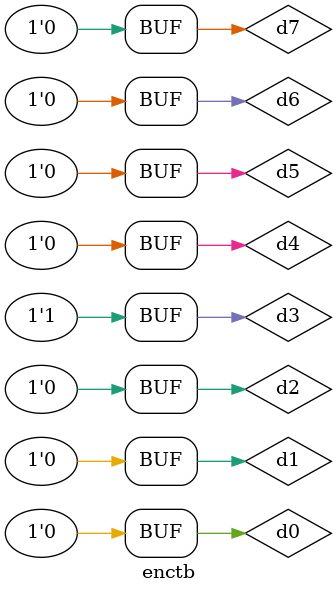
<source format=v>
`timescale 1ns / 1ps
module enctb;

// Inputs
reg d0;
reg d1;
reg d2;
reg d3;
reg d4;
reg d5;
reg d6;
reg d7;

// Outputs
wire a;
wire b;
wire c;

// Instantiate the Unit Under Test (UUT)
Encoder uut (
.d0(d0),
.d1(d1),
.d2(d2),
.d3(d3),
.d4(d4),
.d5(d5),
.d6(d6),
.d7(d7),
.a(a),
.b(b),
.c(c)
);

initial begin
// Initialize Inputs
d0 = 0;
d1 = 0;
d2 = 0;
d3 = 0;
d4 = 0;
d5 = 0;
d6 = 0;
d7 = 0;

// Wait 100 ns for global reset to finish
#100;

d0 = 0;
d1 = 0;
d2 = 0;
d3 = 1;
d4 = 0;
d5 = 0;
d6 = 0;
d7 = 0;
// Wait 100 ns for global reset to finish
#100;
// Add stimulus here
end

endmodule

</source>
